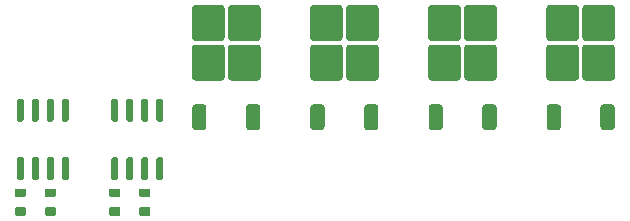
<source format=gtp>
G04 #@! TF.GenerationSoftware,KiCad,Pcbnew,8.0.9-8.0.9-0~ubuntu24.04.1*
G04 #@! TF.CreationDate,2025-06-29T23:13:03+00:00*
G04 #@! TF.ProjectId,EP91Starlet,45503931-5374-4617-926c-65742e6b6963,rev?*
G04 #@! TF.SameCoordinates,Original*
G04 #@! TF.FileFunction,Paste,Top*
G04 #@! TF.FilePolarity,Positive*
%FSLAX46Y46*%
G04 Gerber Fmt 4.6, Leading zero omitted, Abs format (unit mm)*
G04 Created by KiCad (PCBNEW 8.0.9-8.0.9-0~ubuntu24.04.1) date 2025-06-29 23:13:03*
%MOMM*%
%LPD*%
G01*
G04 APERTURE LIST*
G04 APERTURE END LIST*
G04 #@! TO.C,R1*
G36*
G01*
X38745000Y50060000D02*
X37965000Y50060000D01*
G75*
G02*
X37895000Y50130000I0J70000D01*
G01*
X37895000Y50690000D01*
G75*
G02*
X37965000Y50760000I70000J0D01*
G01*
X38745000Y50760000D01*
G75*
G02*
X38815000Y50690000I0J-70000D01*
G01*
X38815000Y50130000D01*
G75*
G02*
X38745000Y50060000I-70000J0D01*
G01*
G37*
G36*
G01*
X38745000Y51660000D02*
X37965000Y51660000D01*
G75*
G02*
X37895000Y51730000I0J70000D01*
G01*
X37895000Y52290000D01*
G75*
G02*
X37965000Y52360000I70000J0D01*
G01*
X38745000Y52360000D01*
G75*
G02*
X38815000Y52290000I0J-70000D01*
G01*
X38815000Y51730000D01*
G75*
G02*
X38745000Y51660000I-70000J0D01*
G01*
G37*
G04 #@! TD*
G04 #@! TO.C,Q2*
G36*
G01*
X61315000Y57300000D02*
X60615000Y57300000D01*
G75*
G02*
X60365000Y57550000I0J250000D01*
G01*
X60365000Y59250000D01*
G75*
G02*
X60615000Y59500000I250000J0D01*
G01*
X61315000Y59500000D01*
G75*
G02*
X61565000Y59250000I0J-250000D01*
G01*
X61565000Y57550000D01*
G75*
G02*
X61315000Y57300000I-250000J0D01*
G01*
G37*
G36*
G01*
X62845000Y61500000D02*
X60595000Y61500000D01*
G75*
G02*
X60345000Y61750000I0J250000D01*
G01*
X60345000Y64300000D01*
G75*
G02*
X60595000Y64550000I250000J0D01*
G01*
X62845000Y64550000D01*
G75*
G02*
X63095000Y64300000I0J-250000D01*
G01*
X63095000Y61750000D01*
G75*
G02*
X62845000Y61500000I-250000J0D01*
G01*
G37*
G36*
G01*
X65895000Y61500000D02*
X63645000Y61500000D01*
G75*
G02*
X63395000Y61750000I0J250000D01*
G01*
X63395000Y64300000D01*
G75*
G02*
X63645000Y64550000I250000J0D01*
G01*
X65895000Y64550000D01*
G75*
G02*
X66145000Y64300000I0J-250000D01*
G01*
X66145000Y61750000D01*
G75*
G02*
X65895000Y61500000I-250000J0D01*
G01*
G37*
G36*
G01*
X62845000Y64850000D02*
X60595000Y64850000D01*
G75*
G02*
X60345000Y65100000I0J250000D01*
G01*
X60345000Y67650000D01*
G75*
G02*
X60595000Y67900000I250000J0D01*
G01*
X62845000Y67900000D01*
G75*
G02*
X63095000Y67650000I0J-250000D01*
G01*
X63095000Y65100000D01*
G75*
G02*
X62845000Y64850000I-250000J0D01*
G01*
G37*
G36*
G01*
X65895000Y64850000D02*
X63645000Y64850000D01*
G75*
G02*
X63395000Y65100000I0J250000D01*
G01*
X63395000Y67650000D01*
G75*
G02*
X63645000Y67900000I250000J0D01*
G01*
X65895000Y67900000D01*
G75*
G02*
X66145000Y67650000I0J-250000D01*
G01*
X66145000Y65100000D01*
G75*
G02*
X65895000Y64850000I-250000J0D01*
G01*
G37*
G36*
G01*
X65875000Y57300000D02*
X65175000Y57300000D01*
G75*
G02*
X64925000Y57550000I0J250000D01*
G01*
X64925000Y59250000D01*
G75*
G02*
X65175000Y59500000I250000J0D01*
G01*
X65875000Y59500000D01*
G75*
G02*
X66125000Y59250000I0J-250000D01*
G01*
X66125000Y57550000D01*
G75*
G02*
X65875000Y57300000I-250000J0D01*
G01*
G37*
G04 #@! TD*
G04 #@! TO.C,Q1*
G36*
G01*
X51315000Y57300000D02*
X50615000Y57300000D01*
G75*
G02*
X50365000Y57550000I0J250000D01*
G01*
X50365000Y59250000D01*
G75*
G02*
X50615000Y59500000I250000J0D01*
G01*
X51315000Y59500000D01*
G75*
G02*
X51565000Y59250000I0J-250000D01*
G01*
X51565000Y57550000D01*
G75*
G02*
X51315000Y57300000I-250000J0D01*
G01*
G37*
G36*
G01*
X52845000Y61500000D02*
X50595000Y61500000D01*
G75*
G02*
X50345000Y61750000I0J250000D01*
G01*
X50345000Y64300000D01*
G75*
G02*
X50595000Y64550000I250000J0D01*
G01*
X52845000Y64550000D01*
G75*
G02*
X53095000Y64300000I0J-250000D01*
G01*
X53095000Y61750000D01*
G75*
G02*
X52845000Y61500000I-250000J0D01*
G01*
G37*
G36*
G01*
X55895000Y61500000D02*
X53645000Y61500000D01*
G75*
G02*
X53395000Y61750000I0J250000D01*
G01*
X53395000Y64300000D01*
G75*
G02*
X53645000Y64550000I250000J0D01*
G01*
X55895000Y64550000D01*
G75*
G02*
X56145000Y64300000I0J-250000D01*
G01*
X56145000Y61750000D01*
G75*
G02*
X55895000Y61500000I-250000J0D01*
G01*
G37*
G36*
G01*
X52845000Y64850000D02*
X50595000Y64850000D01*
G75*
G02*
X50345000Y65100000I0J250000D01*
G01*
X50345000Y67650000D01*
G75*
G02*
X50595000Y67900000I250000J0D01*
G01*
X52845000Y67900000D01*
G75*
G02*
X53095000Y67650000I0J-250000D01*
G01*
X53095000Y65100000D01*
G75*
G02*
X52845000Y64850000I-250000J0D01*
G01*
G37*
G36*
G01*
X55895000Y64850000D02*
X53645000Y64850000D01*
G75*
G02*
X53395000Y65100000I0J250000D01*
G01*
X53395000Y67650000D01*
G75*
G02*
X53645000Y67900000I250000J0D01*
G01*
X55895000Y67900000D01*
G75*
G02*
X56145000Y67650000I0J-250000D01*
G01*
X56145000Y65100000D01*
G75*
G02*
X55895000Y64850000I-250000J0D01*
G01*
G37*
G36*
G01*
X55875000Y57300000D02*
X55175000Y57300000D01*
G75*
G02*
X54925000Y57550000I0J250000D01*
G01*
X54925000Y59250000D01*
G75*
G02*
X55175000Y59500000I250000J0D01*
G01*
X55875000Y59500000D01*
G75*
G02*
X56125000Y59250000I0J-250000D01*
G01*
X56125000Y57550000D01*
G75*
G02*
X55875000Y57300000I-250000J0D01*
G01*
G37*
G04 #@! TD*
G04 #@! TO.C,R2*
G36*
G01*
X46745000Y50060000D02*
X45965000Y50060000D01*
G75*
G02*
X45895000Y50130000I0J70000D01*
G01*
X45895000Y50690000D01*
G75*
G02*
X45965000Y50760000I70000J0D01*
G01*
X46745000Y50760000D01*
G75*
G02*
X46815000Y50690000I0J-70000D01*
G01*
X46815000Y50130000D01*
G75*
G02*
X46745000Y50060000I-70000J0D01*
G01*
G37*
G36*
G01*
X46745000Y51660000D02*
X45965000Y51660000D01*
G75*
G02*
X45895000Y51730000I0J70000D01*
G01*
X45895000Y52290000D01*
G75*
G02*
X45965000Y52360000I70000J0D01*
G01*
X46745000Y52360000D01*
G75*
G02*
X46815000Y52290000I0J-70000D01*
G01*
X46815000Y51730000D01*
G75*
G02*
X46745000Y51660000I-70000J0D01*
G01*
G37*
G04 #@! TD*
G04 #@! TO.C,U3*
G36*
G01*
X43965000Y53067000D02*
X43665000Y53067000D01*
G75*
G02*
X43515000Y53217000I0J150000D01*
G01*
X43515000Y54867000D01*
G75*
G02*
X43665000Y55017000I150000J0D01*
G01*
X43965000Y55017000D01*
G75*
G02*
X44115000Y54867000I0J-150000D01*
G01*
X44115000Y53217000D01*
G75*
G02*
X43965000Y53067000I-150000J0D01*
G01*
G37*
G36*
G01*
X45235000Y53067000D02*
X44935000Y53067000D01*
G75*
G02*
X44785000Y53217000I0J150000D01*
G01*
X44785000Y54867000D01*
G75*
G02*
X44935000Y55017000I150000J0D01*
G01*
X45235000Y55017000D01*
G75*
G02*
X45385000Y54867000I0J-150000D01*
G01*
X45385000Y53217000D01*
G75*
G02*
X45235000Y53067000I-150000J0D01*
G01*
G37*
G36*
G01*
X46505000Y53067000D02*
X46205000Y53067000D01*
G75*
G02*
X46055000Y53217000I0J150000D01*
G01*
X46055000Y54867000D01*
G75*
G02*
X46205000Y55017000I150000J0D01*
G01*
X46505000Y55017000D01*
G75*
G02*
X46655000Y54867000I0J-150000D01*
G01*
X46655000Y53217000D01*
G75*
G02*
X46505000Y53067000I-150000J0D01*
G01*
G37*
G36*
G01*
X47775000Y53067000D02*
X47475000Y53067000D01*
G75*
G02*
X47325000Y53217000I0J150000D01*
G01*
X47325000Y54867000D01*
G75*
G02*
X47475000Y55017000I150000J0D01*
G01*
X47775000Y55017000D01*
G75*
G02*
X47925000Y54867000I0J-150000D01*
G01*
X47925000Y53217000D01*
G75*
G02*
X47775000Y53067000I-150000J0D01*
G01*
G37*
G36*
G01*
X47775000Y58017000D02*
X47475000Y58017000D01*
G75*
G02*
X47325000Y58167000I0J150000D01*
G01*
X47325000Y59817000D01*
G75*
G02*
X47475000Y59967000I150000J0D01*
G01*
X47775000Y59967000D01*
G75*
G02*
X47925000Y59817000I0J-150000D01*
G01*
X47925000Y58167000D01*
G75*
G02*
X47775000Y58017000I-150000J0D01*
G01*
G37*
G36*
G01*
X46505000Y58017000D02*
X46205000Y58017000D01*
G75*
G02*
X46055000Y58167000I0J150000D01*
G01*
X46055000Y59817000D01*
G75*
G02*
X46205000Y59967000I150000J0D01*
G01*
X46505000Y59967000D01*
G75*
G02*
X46655000Y59817000I0J-150000D01*
G01*
X46655000Y58167000D01*
G75*
G02*
X46505000Y58017000I-150000J0D01*
G01*
G37*
G36*
G01*
X45235000Y58017000D02*
X44935000Y58017000D01*
G75*
G02*
X44785000Y58167000I0J150000D01*
G01*
X44785000Y59817000D01*
G75*
G02*
X44935000Y59967000I150000J0D01*
G01*
X45235000Y59967000D01*
G75*
G02*
X45385000Y59817000I0J-150000D01*
G01*
X45385000Y58167000D01*
G75*
G02*
X45235000Y58017000I-150000J0D01*
G01*
G37*
G36*
G01*
X43965000Y58017000D02*
X43665000Y58017000D01*
G75*
G02*
X43515000Y58167000I0J150000D01*
G01*
X43515000Y59817000D01*
G75*
G02*
X43665000Y59967000I150000J0D01*
G01*
X43965000Y59967000D01*
G75*
G02*
X44115000Y59817000I0J-150000D01*
G01*
X44115000Y58167000D01*
G75*
G02*
X43965000Y58017000I-150000J0D01*
G01*
G37*
G04 #@! TD*
G04 #@! TO.C,Q3*
G36*
G01*
X71315000Y57300000D02*
X70615000Y57300000D01*
G75*
G02*
X70365000Y57550000I0J250000D01*
G01*
X70365000Y59250000D01*
G75*
G02*
X70615000Y59500000I250000J0D01*
G01*
X71315000Y59500000D01*
G75*
G02*
X71565000Y59250000I0J-250000D01*
G01*
X71565000Y57550000D01*
G75*
G02*
X71315000Y57300000I-250000J0D01*
G01*
G37*
G36*
G01*
X72845000Y61500000D02*
X70595000Y61500000D01*
G75*
G02*
X70345000Y61750000I0J250000D01*
G01*
X70345000Y64300000D01*
G75*
G02*
X70595000Y64550000I250000J0D01*
G01*
X72845000Y64550000D01*
G75*
G02*
X73095000Y64300000I0J-250000D01*
G01*
X73095000Y61750000D01*
G75*
G02*
X72845000Y61500000I-250000J0D01*
G01*
G37*
G36*
G01*
X75895000Y61500000D02*
X73645000Y61500000D01*
G75*
G02*
X73395000Y61750000I0J250000D01*
G01*
X73395000Y64300000D01*
G75*
G02*
X73645000Y64550000I250000J0D01*
G01*
X75895000Y64550000D01*
G75*
G02*
X76145000Y64300000I0J-250000D01*
G01*
X76145000Y61750000D01*
G75*
G02*
X75895000Y61500000I-250000J0D01*
G01*
G37*
G36*
G01*
X72845000Y64850000D02*
X70595000Y64850000D01*
G75*
G02*
X70345000Y65100000I0J250000D01*
G01*
X70345000Y67650000D01*
G75*
G02*
X70595000Y67900000I250000J0D01*
G01*
X72845000Y67900000D01*
G75*
G02*
X73095000Y67650000I0J-250000D01*
G01*
X73095000Y65100000D01*
G75*
G02*
X72845000Y64850000I-250000J0D01*
G01*
G37*
G36*
G01*
X75895000Y64850000D02*
X73645000Y64850000D01*
G75*
G02*
X73395000Y65100000I0J250000D01*
G01*
X73395000Y67650000D01*
G75*
G02*
X73645000Y67900000I250000J0D01*
G01*
X75895000Y67900000D01*
G75*
G02*
X76145000Y67650000I0J-250000D01*
G01*
X76145000Y65100000D01*
G75*
G02*
X75895000Y64850000I-250000J0D01*
G01*
G37*
G36*
G01*
X75875000Y57300000D02*
X75175000Y57300000D01*
G75*
G02*
X74925000Y57550000I0J250000D01*
G01*
X74925000Y59250000D01*
G75*
G02*
X75175000Y59500000I250000J0D01*
G01*
X75875000Y59500000D01*
G75*
G02*
X76125000Y59250000I0J-250000D01*
G01*
X76125000Y57550000D01*
G75*
G02*
X75875000Y57300000I-250000J0D01*
G01*
G37*
G04 #@! TD*
G04 #@! TO.C,U2*
G36*
G01*
X35965000Y53067000D02*
X35665000Y53067000D01*
G75*
G02*
X35515000Y53217000I0J150000D01*
G01*
X35515000Y54867000D01*
G75*
G02*
X35665000Y55017000I150000J0D01*
G01*
X35965000Y55017000D01*
G75*
G02*
X36115000Y54867000I0J-150000D01*
G01*
X36115000Y53217000D01*
G75*
G02*
X35965000Y53067000I-150000J0D01*
G01*
G37*
G36*
G01*
X37235000Y53067000D02*
X36935000Y53067000D01*
G75*
G02*
X36785000Y53217000I0J150000D01*
G01*
X36785000Y54867000D01*
G75*
G02*
X36935000Y55017000I150000J0D01*
G01*
X37235000Y55017000D01*
G75*
G02*
X37385000Y54867000I0J-150000D01*
G01*
X37385000Y53217000D01*
G75*
G02*
X37235000Y53067000I-150000J0D01*
G01*
G37*
G36*
G01*
X38505000Y53067000D02*
X38205000Y53067000D01*
G75*
G02*
X38055000Y53217000I0J150000D01*
G01*
X38055000Y54867000D01*
G75*
G02*
X38205000Y55017000I150000J0D01*
G01*
X38505000Y55017000D01*
G75*
G02*
X38655000Y54867000I0J-150000D01*
G01*
X38655000Y53217000D01*
G75*
G02*
X38505000Y53067000I-150000J0D01*
G01*
G37*
G36*
G01*
X39775000Y53067000D02*
X39475000Y53067000D01*
G75*
G02*
X39325000Y53217000I0J150000D01*
G01*
X39325000Y54867000D01*
G75*
G02*
X39475000Y55017000I150000J0D01*
G01*
X39775000Y55017000D01*
G75*
G02*
X39925000Y54867000I0J-150000D01*
G01*
X39925000Y53217000D01*
G75*
G02*
X39775000Y53067000I-150000J0D01*
G01*
G37*
G36*
G01*
X39775000Y58017000D02*
X39475000Y58017000D01*
G75*
G02*
X39325000Y58167000I0J150000D01*
G01*
X39325000Y59817000D01*
G75*
G02*
X39475000Y59967000I150000J0D01*
G01*
X39775000Y59967000D01*
G75*
G02*
X39925000Y59817000I0J-150000D01*
G01*
X39925000Y58167000D01*
G75*
G02*
X39775000Y58017000I-150000J0D01*
G01*
G37*
G36*
G01*
X38505000Y58017000D02*
X38205000Y58017000D01*
G75*
G02*
X38055000Y58167000I0J150000D01*
G01*
X38055000Y59817000D01*
G75*
G02*
X38205000Y59967000I150000J0D01*
G01*
X38505000Y59967000D01*
G75*
G02*
X38655000Y59817000I0J-150000D01*
G01*
X38655000Y58167000D01*
G75*
G02*
X38505000Y58017000I-150000J0D01*
G01*
G37*
G36*
G01*
X37235000Y58017000D02*
X36935000Y58017000D01*
G75*
G02*
X36785000Y58167000I0J150000D01*
G01*
X36785000Y59817000D01*
G75*
G02*
X36935000Y59967000I150000J0D01*
G01*
X37235000Y59967000D01*
G75*
G02*
X37385000Y59817000I0J-150000D01*
G01*
X37385000Y58167000D01*
G75*
G02*
X37235000Y58017000I-150000J0D01*
G01*
G37*
G36*
G01*
X35965000Y58017000D02*
X35665000Y58017000D01*
G75*
G02*
X35515000Y58167000I0J150000D01*
G01*
X35515000Y59817000D01*
G75*
G02*
X35665000Y59967000I150000J0D01*
G01*
X35965000Y59967000D01*
G75*
G02*
X36115000Y59817000I0J-150000D01*
G01*
X36115000Y58167000D01*
G75*
G02*
X35965000Y58017000I-150000J0D01*
G01*
G37*
G04 #@! TD*
G04 #@! TO.C,R3*
G36*
G01*
X36205000Y50060000D02*
X35425000Y50060000D01*
G75*
G02*
X35355000Y50130000I0J70000D01*
G01*
X35355000Y50690000D01*
G75*
G02*
X35425000Y50760000I70000J0D01*
G01*
X36205000Y50760000D01*
G75*
G02*
X36275000Y50690000I0J-70000D01*
G01*
X36275000Y50130000D01*
G75*
G02*
X36205000Y50060000I-70000J0D01*
G01*
G37*
G36*
G01*
X36205000Y51660000D02*
X35425000Y51660000D01*
G75*
G02*
X35355000Y51730000I0J70000D01*
G01*
X35355000Y52290000D01*
G75*
G02*
X35425000Y52360000I70000J0D01*
G01*
X36205000Y52360000D01*
G75*
G02*
X36275000Y52290000I0J-70000D01*
G01*
X36275000Y51730000D01*
G75*
G02*
X36205000Y51660000I-70000J0D01*
G01*
G37*
G04 #@! TD*
G04 #@! TO.C,R4*
G36*
G01*
X44205000Y50060000D02*
X43425000Y50060000D01*
G75*
G02*
X43355000Y50130000I0J70000D01*
G01*
X43355000Y50690000D01*
G75*
G02*
X43425000Y50760000I70000J0D01*
G01*
X44205000Y50760000D01*
G75*
G02*
X44275000Y50690000I0J-70000D01*
G01*
X44275000Y50130000D01*
G75*
G02*
X44205000Y50060000I-70000J0D01*
G01*
G37*
G36*
G01*
X44205000Y51660000D02*
X43425000Y51660000D01*
G75*
G02*
X43355000Y51730000I0J70000D01*
G01*
X43355000Y52290000D01*
G75*
G02*
X43425000Y52360000I70000J0D01*
G01*
X44205000Y52360000D01*
G75*
G02*
X44275000Y52290000I0J-70000D01*
G01*
X44275000Y51730000D01*
G75*
G02*
X44205000Y51660000I-70000J0D01*
G01*
G37*
G04 #@! TD*
G04 #@! TO.C,Q4*
G36*
G01*
X81315000Y57300000D02*
X80615000Y57300000D01*
G75*
G02*
X80365000Y57550000I0J250000D01*
G01*
X80365000Y59250000D01*
G75*
G02*
X80615000Y59500000I250000J0D01*
G01*
X81315000Y59500000D01*
G75*
G02*
X81565000Y59250000I0J-250000D01*
G01*
X81565000Y57550000D01*
G75*
G02*
X81315000Y57300000I-250000J0D01*
G01*
G37*
G36*
G01*
X82845000Y61500000D02*
X80595000Y61500000D01*
G75*
G02*
X80345000Y61750000I0J250000D01*
G01*
X80345000Y64300000D01*
G75*
G02*
X80595000Y64550000I250000J0D01*
G01*
X82845000Y64550000D01*
G75*
G02*
X83095000Y64300000I0J-250000D01*
G01*
X83095000Y61750000D01*
G75*
G02*
X82845000Y61500000I-250000J0D01*
G01*
G37*
G36*
G01*
X85895000Y61500000D02*
X83645000Y61500000D01*
G75*
G02*
X83395000Y61750000I0J250000D01*
G01*
X83395000Y64300000D01*
G75*
G02*
X83645000Y64550000I250000J0D01*
G01*
X85895000Y64550000D01*
G75*
G02*
X86145000Y64300000I0J-250000D01*
G01*
X86145000Y61750000D01*
G75*
G02*
X85895000Y61500000I-250000J0D01*
G01*
G37*
G36*
G01*
X82845000Y64850000D02*
X80595000Y64850000D01*
G75*
G02*
X80345000Y65100000I0J250000D01*
G01*
X80345000Y67650000D01*
G75*
G02*
X80595000Y67900000I250000J0D01*
G01*
X82845000Y67900000D01*
G75*
G02*
X83095000Y67650000I0J-250000D01*
G01*
X83095000Y65100000D01*
G75*
G02*
X82845000Y64850000I-250000J0D01*
G01*
G37*
G36*
G01*
X85895000Y64850000D02*
X83645000Y64850000D01*
G75*
G02*
X83395000Y65100000I0J250000D01*
G01*
X83395000Y67650000D01*
G75*
G02*
X83645000Y67900000I250000J0D01*
G01*
X85895000Y67900000D01*
G75*
G02*
X86145000Y67650000I0J-250000D01*
G01*
X86145000Y65100000D01*
G75*
G02*
X85895000Y64850000I-250000J0D01*
G01*
G37*
G36*
G01*
X85875000Y57300000D02*
X85175000Y57300000D01*
G75*
G02*
X84925000Y57550000I0J250000D01*
G01*
X84925000Y59250000D01*
G75*
G02*
X85175000Y59500000I250000J0D01*
G01*
X85875000Y59500000D01*
G75*
G02*
X86125000Y59250000I0J-250000D01*
G01*
X86125000Y57550000D01*
G75*
G02*
X85875000Y57300000I-250000J0D01*
G01*
G37*
G04 #@! TD*
M02*

</source>
